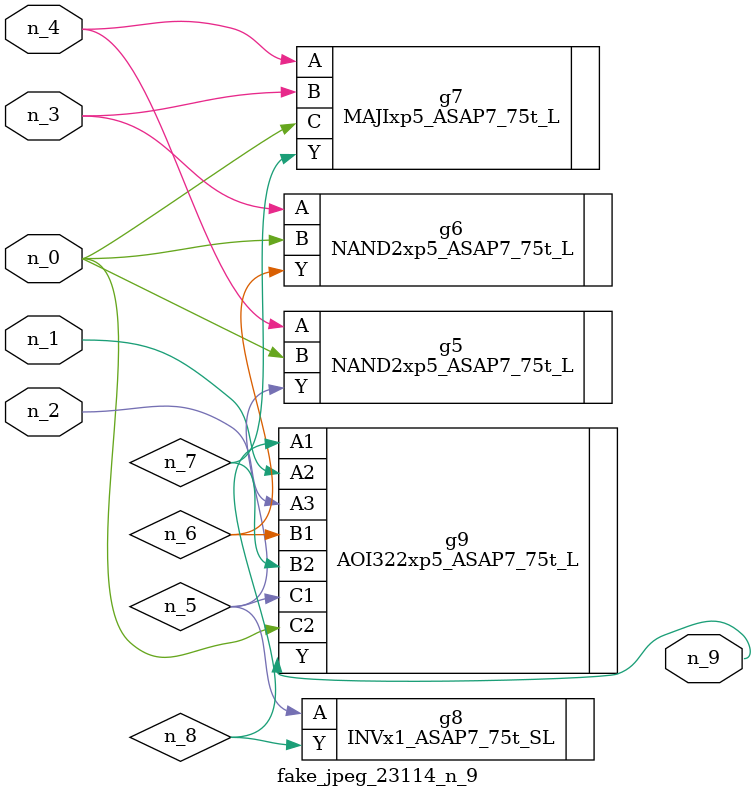
<source format=v>
module fake_jpeg_23114_n_9 (n_3, n_2, n_1, n_0, n_4, n_9);

input n_3;
input n_2;
input n_1;
input n_0;
input n_4;

output n_9;

wire n_8;
wire n_6;
wire n_5;
wire n_7;

NAND2xp5_ASAP7_75t_L g5 ( 
.A(n_4),
.B(n_0),
.Y(n_5)
);

NAND2xp5_ASAP7_75t_L g6 ( 
.A(n_3),
.B(n_0),
.Y(n_6)
);

MAJIxp5_ASAP7_75t_L g7 ( 
.A(n_4),
.B(n_3),
.C(n_0),
.Y(n_7)
);

INVx1_ASAP7_75t_SL g8 ( 
.A(n_5),
.Y(n_8)
);

AOI322xp5_ASAP7_75t_L g9 ( 
.A1(n_8),
.A2(n_1),
.A3(n_2),
.B1(n_6),
.B2(n_7),
.C1(n_5),
.C2(n_0),
.Y(n_9)
);


endmodule
</source>
